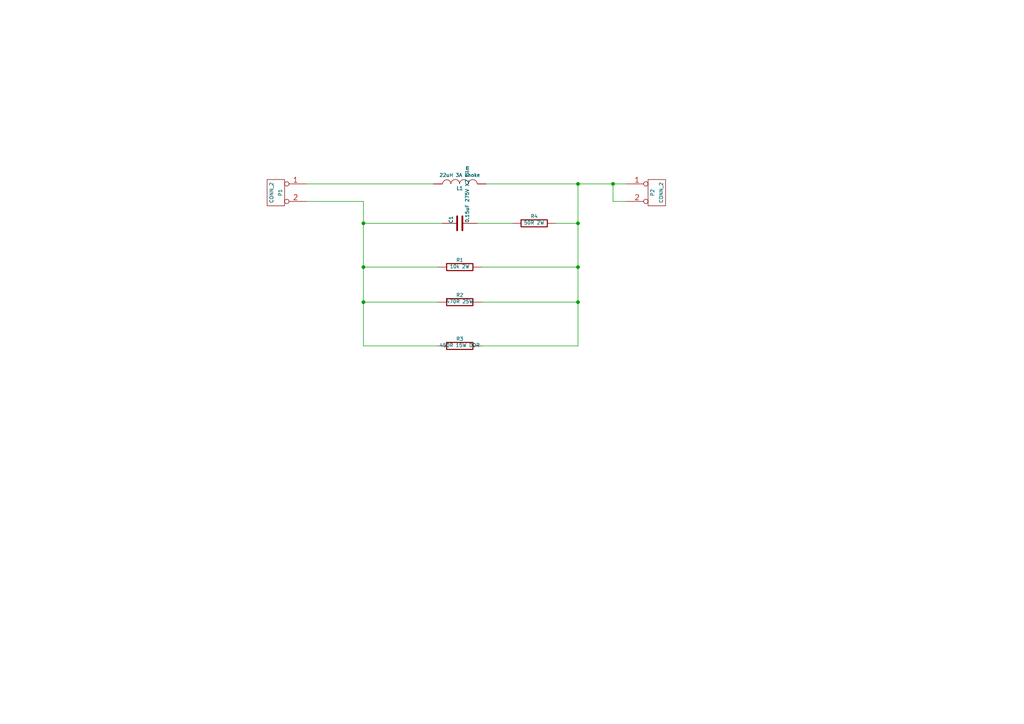
<source format=kicad_sch>
(kicad_sch (version 20230121) (generator eeschema)
  (paper "A4")
  (lib_symbols
    (symbol "A701A_control_PCB-rescue:C" (pin_numbers hide) (pin_names (offset 0.254))
      (property "Reference" "C" (at 0 2.54 0))
      (property "Value" "C" (at 0.1524 -2.159 0))
      (symbol "C_0_1"
        (polyline (pts (xy -2.032 -0.762) (xy 2.032 -0.762)) (stroke (width 0.508)))
        (polyline (pts (xy -2.032 0.762) (xy 2.032 0.762)) (stroke (width 0.508)))
      )
      (symbol "C_1_1"
        (pin passive line (at 0 5.08 270) (length 4.318) (name "~") (number "1"))
        (pin passive line (at 0 -5.08 90) (length 4.318) (name "~") (number "2"))
      )
    )
    (symbol "A701A_control_PCB-rescue:CONN_2" (pin_names (offset 1.016) hide)
      (property "Reference" "P" (at -1.27 0 90))
      (property "Value" "CONN_2" (at 1.27 0 90))
      (symbol "CONN_2_0_1"
        (rectangle (start -2.54 3.81) (end 2.54 -3.81))
      )
      (symbol "CONN_2_1_1"
        (pin passive inverted (at -8.89 2.54 0) (length 6.35) (name "P1") (number "1"))
        (pin passive inverted (at -8.89 -2.54 0) (length 6.35) (name "PM") (number "2"))
      )
    )
    (symbol "A701A_control_PCB-rescue:INDUCTOR" (pin_numbers hide) (pin_names (offset 1.016) hide)
      (property "Reference" "L" (at -1.27 0 90))
      (property "Value" "INDUCTOR" (at 2.54 0 90))
      (symbol "INDUCTOR_0_1"
        (arc (start 0.0254 -5.0546) (mid 1.2449 -3.8097) (end 0.0254 -2.54))
        (arc (start 0.0254 -2.5146) (mid 1.2703 -1.2444) (end 0.0254 0.0508))
        (arc (start 0.0254 0.0254) (mid 1.2703 1.2956) (end 0.0254 2.5908))
        (arc (start 0.0254 2.5654) (mid 1.1941 3.7595) (end 0.0254 4.9784))
      )
      (symbol "INDUCTOR_1_1"
        (pin passive line (at 0 7.62 270) (length 2.54) (name "1") (number "1"))
        (pin passive line (at 0 -7.62 90) (length 2.54) (name "2") (number "2"))
      )
    )
    (symbol "A701A_control_PCB-rescue:R" (pin_numbers hide) (pin_names (offset 0))
      (property "Reference" "R" (at 2.032 0 90))
      (property "Value" "R" (at 0.1778 0.0254 90))
      (symbol "R_0_1"
        (rectangle (start -1.016 3.81) (end 1.016 -3.81) (stroke (width 0.3048)))
      )
      (symbol "R_1_1"
        (pin passive line (at 0 6.35 270) (length 2.54) (name "~") (number "1"))
        (pin passive line (at 0 -6.35 90) (length 2.54) (name "~") (number "2"))
      )
    )
  )
  (junction (at 167.64 87.63))
  (junction (at 177.8 53.34))
  (junction (at 105.41 77.47))
  (junction (at 105.41 87.63))
  (junction (at 167.64 64.77))
  (junction (at 167.64 53.34))
  (junction (at 105.41 64.77))
  (junction (at 167.64 77.47))
  (wire (pts (xy 177.8 53.34) (xy 167.64 53.34)))
  (wire (pts (xy 105.41 77.47) (xy 105.41 87.63)))
  (wire (pts (xy 105.41 87.63) (xy 127 87.63)))
  (wire (pts (xy 105.41 77.47) (xy 127 77.47)))
  (wire (pts (xy 167.64 53.34) (xy 167.64 64.77)))
  (wire (pts (xy 148.59 64.77) (xy 138.43 64.77)))
  (wire (pts (xy 167.64 53.34) (xy 140.97 53.34)))
  (wire (pts (xy 105.41 87.63) (xy 105.41 100.33)))
  (wire (pts (xy 167.64 87.63) (xy 167.64 100.33)))
  (wire (pts (xy 181.61 53.34) (xy 177.8 53.34)))
  (wire (pts (xy 167.64 100.33) (xy 139.7 100.33)))
  (wire (pts (xy 105.41 58.42) (xy 105.41 64.77)))
  (wire (pts (xy 181.61 58.42) (xy 177.8 58.42)))
  (wire (pts (xy 161.29 64.77) (xy 167.64 64.77)))
  (wire (pts (xy 167.64 77.47) (xy 167.64 87.63)))
  (wire (pts (xy 167.64 64.77) (xy 167.64 77.47)))
  (wire (pts (xy 105.41 58.42) (xy 88.9 58.42)))
  (wire (pts (xy 167.64 77.47) (xy 139.7 77.47)))
  (wire (pts (xy 125.73 53.34) (xy 88.9 53.34)))
  (wire (pts (xy 177.8 58.42) (xy 177.8 53.34)))
  (wire (pts (xy 105.41 100.33) (xy 127 100.33)))
  (wire (pts (xy 105.41 64.77) (xy 105.41 77.47)))
  (wire (pts (xy 128.27 64.77) (xy 105.41 64.77)))
  (wire (pts (xy 167.64 87.63) (xy 139.7 87.63)))
  (symbol (lib_id "A701A_control_PCB-rescue:R") (at 133.35 100.33 90) (unit 1)
    (property "Reference" "R3" (at 133.35 98.298 90) (effects (font (size 1.016 1.016))))
    (property "Value" "450R 15W DDR" (at 133.3246 100.1522 90) (effects (font (size 1.016 1.016))))
  )
  (symbol (lib_id "A701A_control_PCB-rescue:R") (at 133.35 87.63 90) (unit 1)
    (property "Reference" "R2" (at 133.35 85.598 90) (effects (font (size 1.016 1.016))))
    (property "Value" "470R 25W" (at 133.3246 87.4522 90) (effects (font (size 1.016 1.016))))
  )
  (symbol (lib_id "A701A_control_PCB-rescue:R") (at 133.35 77.47 90) (unit 1)
    (property "Reference" "R1" (at 133.35 75.438 90) (effects (font (size 1.016 1.016))))
    (property "Value" "10k 2W" (at 133.3246 77.2922 90) (effects (font (size 1.016 1.016))))
  )
  (symbol (lib_id "A701A_control_PCB-rescue:C") (at 133.35 64.77 90) (unit 1)
    (property "Reference" "C1" (at 130.81 64.77 0) (effects (font (size 1.016 1.016)) (justify left)))
    (property "Value" "0.15uF 275V X2 Film" (at 135.509 64.6176 0) (effects (font (size 1.016 1.016)) (justify left)))
  )
  (symbol (lib_id "A701A_control_PCB-rescue:INDUCTOR") (at 133.35 53.34 90) (unit 1)
    (property "Reference" "L1" (at 133.35 54.61 90) (effects (font (size 1.016 1.016))))
    (property "Value" "22uH 3A choke" (at 133.35 50.8 90) (effects (font (size 1.016 1.016))))
  )
  (symbol (lib_id "A701A_control_PCB-rescue:CONN_2") (at 190.5 55.88 0) (unit 1)
    (property "Reference" "P2" (at 189.23 55.88 90) (effects (font (size 1.016 1.016))))
    (property "Value" "CONN_2" (at 191.77 55.88 90) (effects (font (size 1.016 1.016))))
  )
  (symbol (lib_id "A701A_control_PCB-rescue:CONN_2") (at 80.01 55.88 0) (mirror y) (unit 1)
    (property "Reference" "P1" (at 81.28 55.88 90) (effects (font (size 1.016 1.016))))
    (property "Value" "CONN_2" (at 78.74 55.88 90) (effects (font (size 1.016 1.016))))
  )
  (symbol (lib_id "A701A_control_PCB-rescue:R") (at 154.94 64.77 90) (unit 1)
    (property "Reference" "R4" (at 154.94 62.738 90) (effects (font (size 1.016 1.016))))
    (property "Value" "50R 2W" (at 154.9146 64.5922 90) (effects (font (size 1.016 1.016))))
  )
)
</source>
